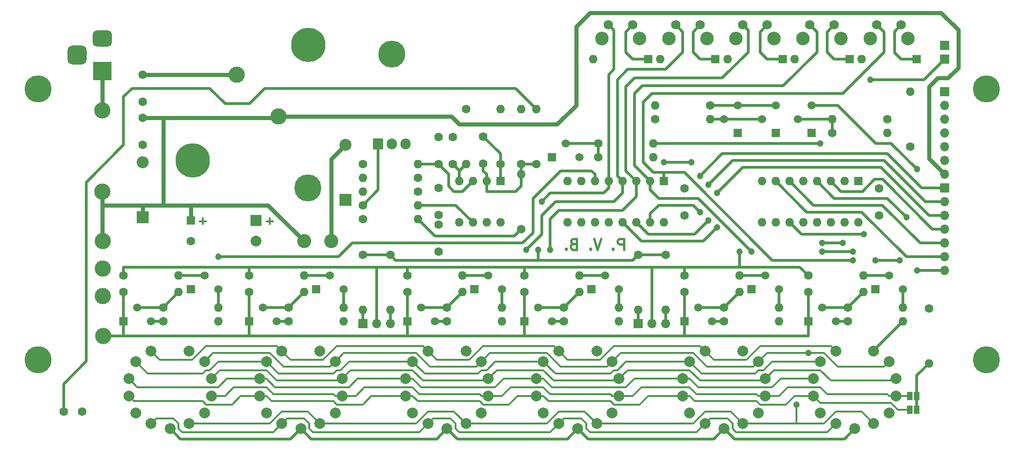
<source format=gbr>
%TF.GenerationSoftware,KiCad,Pcbnew,(6.0.9)*%
%TF.CreationDate,2023-02-11T16:03:25+01:00*%
%TF.ProjectId,display_board,64697370-6c61-4795-9f62-6f6172642e6b,rev?*%
%TF.SameCoordinates,Original*%
%TF.FileFunction,Copper,L2,Bot*%
%TF.FilePolarity,Positive*%
%FSLAX46Y46*%
G04 Gerber Fmt 4.6, Leading zero omitted, Abs format (unit mm)*
G04 Created by KiCad (PCBNEW (6.0.9)) date 2023-02-11 16:03:25*
%MOMM*%
%LPD*%
G01*
G04 APERTURE LIST*
G04 Aperture macros list*
%AMRoundRect*
0 Rectangle with rounded corners*
0 $1 Rounding radius*
0 $2 $3 $4 $5 $6 $7 $8 $9 X,Y pos of 4 corners*
0 Add a 4 corners polygon primitive as box body*
4,1,4,$2,$3,$4,$5,$6,$7,$8,$9,$2,$3,0*
0 Add four circle primitives for the rounded corners*
1,1,$1+$1,$2,$3*
1,1,$1+$1,$4,$5*
1,1,$1+$1,$6,$7*
1,1,$1+$1,$8,$9*
0 Add four rect primitives between the rounded corners*
20,1,$1+$1,$2,$3,$4,$5,0*
20,1,$1+$1,$4,$5,$6,$7,0*
20,1,$1+$1,$6,$7,$8,$9,0*
20,1,$1+$1,$8,$9,$2,$3,0*%
G04 Aperture macros list end*
%ADD10C,0.400000*%
%TA.AperFunction,NonConductor*%
%ADD11C,0.400000*%
%TD*%
%ADD12C,0.300000*%
%TA.AperFunction,NonConductor*%
%ADD13C,0.300000*%
%TD*%
%TA.AperFunction,ComponentPad*%
%ADD14C,1.600000*%
%TD*%
%TA.AperFunction,ComponentPad*%
%ADD15O,1.600000X1.600000*%
%TD*%
%TA.AperFunction,ComponentPad*%
%ADD16C,3.000000*%
%TD*%
%TA.AperFunction,ComponentPad*%
%ADD17R,1.600000X1.600000*%
%TD*%
%TA.AperFunction,ComponentPad*%
%ADD18R,1.500000X1.500000*%
%TD*%
%TA.AperFunction,ComponentPad*%
%ADD19C,1.500000*%
%TD*%
%TA.AperFunction,ComponentPad*%
%ADD20C,2.000000*%
%TD*%
%TA.AperFunction,ComponentPad*%
%ADD21O,5.000000X5.000000*%
%TD*%
%TA.AperFunction,ComponentPad*%
%ADD22R,1.905000X2.000000*%
%TD*%
%TA.AperFunction,ComponentPad*%
%ADD23O,1.905000X2.000000*%
%TD*%
%TA.AperFunction,ComponentPad*%
%ADD24C,2.500000*%
%TD*%
%TA.AperFunction,ComponentPad*%
%ADD25C,1.750000*%
%TD*%
%TA.AperFunction,ComponentPad*%
%ADD26C,6.350000*%
%TD*%
%TA.AperFunction,ComponentPad*%
%ADD27R,1.700000X1.700000*%
%TD*%
%TA.AperFunction,ComponentPad*%
%ADD28O,1.700000X1.700000*%
%TD*%
%TA.AperFunction,ComponentPad*%
%ADD29R,2.000000X2.000000*%
%TD*%
%TA.AperFunction,ComponentPad*%
%ADD30C,2.600000*%
%TD*%
%TA.AperFunction,ComponentPad*%
%ADD31R,2.200000X2.200000*%
%TD*%
%TA.AperFunction,ComponentPad*%
%ADD32O,2.200000X2.200000*%
%TD*%
%TA.AperFunction,ComponentPad*%
%ADD33R,3.500000X3.500000*%
%TD*%
%TA.AperFunction,ComponentPad*%
%ADD34RoundRect,0.750000X-1.000000X0.750000X-1.000000X-0.750000X1.000000X-0.750000X1.000000X0.750000X0*%
%TD*%
%TA.AperFunction,ComponentPad*%
%ADD35RoundRect,0.875000X-0.875000X0.875000X-0.875000X-0.875000X0.875000X-0.875000X0.875000X0.875000X0*%
%TD*%
%TA.AperFunction,SMDPad,CuDef*%
%ADD36R,1.000000X1.500000*%
%TD*%
%TA.AperFunction,ViaPad*%
%ADD37C,5.000000*%
%TD*%
%TA.AperFunction,ViaPad*%
%ADD38C,1.200000*%
%TD*%
%TA.AperFunction,Conductor*%
%ADD39C,0.800000*%
%TD*%
%TA.AperFunction,Conductor*%
%ADD40C,0.500000*%
%TD*%
%TA.AperFunction,Conductor*%
%ADD41C,0.250000*%
%TD*%
%TA.AperFunction,Conductor*%
%ADD42C,0.300000*%
%TD*%
G04 APERTURE END LIST*
D10*
D11*
X163398333Y-109807261D02*
X163398333Y-107807261D01*
X162636428Y-107807261D01*
X162445952Y-107902500D01*
X162350714Y-107997738D01*
X162255476Y-108188214D01*
X162255476Y-108473928D01*
X162350714Y-108664404D01*
X162445952Y-108759642D01*
X162636428Y-108854880D01*
X163398333Y-108854880D01*
X161398333Y-109616785D02*
X161303095Y-109712023D01*
X161398333Y-109807261D01*
X161493571Y-109712023D01*
X161398333Y-109616785D01*
X161398333Y-109807261D01*
X159207857Y-107807261D02*
X158541190Y-109807261D01*
X157874523Y-107807261D01*
X157207857Y-109616785D02*
X157112619Y-109712023D01*
X157207857Y-109807261D01*
X157303095Y-109712023D01*
X157207857Y-109616785D01*
X157207857Y-109807261D01*
X154065000Y-108759642D02*
X153779285Y-108854880D01*
X153684047Y-108950119D01*
X153588809Y-109140595D01*
X153588809Y-109426309D01*
X153684047Y-109616785D01*
X153779285Y-109712023D01*
X153969761Y-109807261D01*
X154731666Y-109807261D01*
X154731666Y-107807261D01*
X154065000Y-107807261D01*
X153874523Y-107902500D01*
X153779285Y-107997738D01*
X153684047Y-108188214D01*
X153684047Y-108378690D01*
X153779285Y-108569166D01*
X153874523Y-108664404D01*
X154065000Y-108759642D01*
X154731666Y-108759642D01*
X152731666Y-109616785D02*
X152636428Y-109712023D01*
X152731666Y-109807261D01*
X152826904Y-109712023D01*
X152731666Y-109616785D01*
X152731666Y-109807261D01*
D12*
D13*
X86246428Y-104564642D02*
X85103571Y-104564642D01*
X85675000Y-105136071D02*
X85675000Y-103993214D01*
D12*
D13*
X98628928Y-104564642D02*
X97486071Y-104564642D01*
X98057500Y-105136071D02*
X98057500Y-103993214D01*
D14*
%TO.P,R46,1*%
%TO.N,/ALM*%
X169177500Y-85725000D03*
D15*
%TO.P,R46,2*%
%TO.N,Net-(R46-Pad2)*%
X179337500Y-85725000D03*
%TD*%
D16*
%TO.P,F1,1*%
%TO.N,Net-(F1-Pad1)*%
X67177875Y-84137500D03*
%TO.P,F1,2*%
%TO.N,VCC*%
X67177875Y-99060000D03*
%TD*%
%TO.P,TP3,1,1*%
%TO.N,GNDD*%
X67260000Y-118427500D03*
%TD*%
D14*
%TO.P,C4,1*%
%TO.N,Net-(A2-Pad1)*%
X137427500Y-88900000D03*
%TO.P,C4,2*%
%TO.N,Net-(A2-Pad2)*%
X137427500Y-93900000D03*
%TD*%
D17*
%TO.P,V7,1,K*%
%TO.N,Net-(S5-Pad2)*%
X217437500Y-74612500D03*
D15*
%TO.P,V7,2,A*%
%TO.N,/KEY*%
X207277500Y-74612500D03*
%TD*%
D14*
%TO.P,C9,1*%
%TO.N,+5V*%
X174575000Y-103505000D03*
%TO.P,C9,2*%
%TO.N,GNDD*%
X174575000Y-98505000D03*
%TD*%
%TO.P,R12,1*%
%TO.N,Net-(C8-Pad1)*%
X197435000Y-117657500D03*
D15*
%TO.P,R12,2*%
%TO.N,Net-(R12-Pad2)*%
X207595000Y-117657500D03*
%TD*%
D18*
%TO.P,VT11,1,E*%
%TO.N,/A4*%
X135840000Y-117157500D03*
D19*
%TO.P,VT11,2,B*%
%TO.N,Net-(R21-Pad2)*%
X138380000Y-114617500D03*
%TO.P,VT11,3,C*%
%TO.N,Net-(R27-Pad2)*%
X140920000Y-117157500D03*
%TD*%
D20*
%TO.P,E3,1,k1*%
%TO.N,/k1*%
X151397500Y-128587500D03*
%TO.P,E3,2,k2*%
%TO.N,/k2*%
X148540000Y-130492500D03*
%TO.P,E3,3,k3*%
%TO.N,/k3*%
X147270000Y-133667500D03*
%TO.P,E3,4,dp1*%
%TO.N,/dp1*%
X147270000Y-136842500D03*
%TO.P,E3,5,k4*%
%TO.N,/k4*%
X148540000Y-140017500D03*
%TO.P,E3,6,k5*%
%TO.N,/k5*%
X151397500Y-141922500D03*
%TO.P,E3,7,k6*%
%TO.N,/k6*%
X154890000Y-142875000D03*
%TO.P,E3,8,k7*%
%TO.N,/k7*%
X158382500Y-141922500D03*
%TO.P,E3,9,k8*%
%TO.N,/k8*%
X161240000Y-140017500D03*
%TO.P,E3,10,dp2*%
%TO.N,/dp2*%
X162510000Y-136842500D03*
%TO.P,E3,11,k9*%
%TO.N,/k9*%
X162510000Y-133667500D03*
%TO.P,E3,12,k0*%
%TO.N,/k0*%
X161240000Y-130492500D03*
%TO.P,E3,13*%
%TO.N,Net-(E3-Pad13)*%
X158382500Y-128587500D03*
%TD*%
D14*
%TO.P,R6,1*%
%TO.N,Net-(R6-Pad1)*%
X115202500Y-93980000D03*
D15*
%TO.P,R6,2*%
%TO.N,Net-(A2-Pad3)*%
X125362500Y-93980000D03*
%TD*%
D14*
%TO.P,R10,1*%
%TO.N,Net-(R10-Pad1)*%
X144412500Y-106045000D03*
D15*
%TO.P,R10,2*%
%TO.N,Net-(A2-Pad2)*%
X144412500Y-95885000D03*
%TD*%
D20*
%TO.P,E2,1,k1*%
%TO.N,/k1*%
X178385000Y-128587500D03*
%TO.P,E2,2,k2*%
%TO.N,/k2*%
X175527500Y-130492500D03*
%TO.P,E2,3,k3*%
%TO.N,/k3*%
X174257500Y-133667500D03*
%TO.P,E2,4,dp1*%
%TO.N,/dp1*%
X174257500Y-136842500D03*
%TO.P,E2,5,k4*%
%TO.N,/k4*%
X175527500Y-140017500D03*
%TO.P,E2,6,k5*%
%TO.N,/k5*%
X178385000Y-141922500D03*
%TO.P,E2,7,k6*%
%TO.N,/k6*%
X181877500Y-142875000D03*
%TO.P,E2,8,k7*%
%TO.N,/k7*%
X185370000Y-141922500D03*
%TO.P,E2,9,k8*%
%TO.N,/k8*%
X188227500Y-140017500D03*
%TO.P,E2,10,dp2*%
%TO.N,/dp2*%
X189497500Y-136842500D03*
%TO.P,E2,11,k9*%
%TO.N,/k9*%
X189497500Y-133667500D03*
%TO.P,E2,12,k0*%
%TO.N,/k0*%
X188227500Y-130492500D03*
%TO.P,E2,13*%
%TO.N,Net-(E2-Pad13)*%
X185370000Y-128587500D03*
%TD*%
D18*
%TO.P,VT4,1,E*%
%TO.N,Net-(C8-Pad1)*%
X145047500Y-123055000D03*
D19*
%TO.P,VT4,2,B*%
%TO.N,Net-(R14-Pad2)*%
X147587500Y-120515000D03*
%TO.P,VT4,3,C*%
%TO.N,Net-(R32-Pad1)*%
X150127500Y-123055000D03*
%TD*%
D18*
%TO.P,VT14,1,C*%
%TO.N,Net-(R39-Pad1)*%
X150127500Y-92710000D03*
D19*
%TO.P,VT14,2,B*%
%TO.N,Net-(R37-Pad1)*%
X152667500Y-90170000D03*
%TO.P,VT14,3,E*%
%TO.N,GNDD*%
X155207500Y-92710000D03*
%TD*%
D14*
%TO.P,R27,1*%
%TO.N,Net-(R15-Pad2)*%
X130760000Y-120515000D03*
D15*
%TO.P,R27,2*%
%TO.N,Net-(R27-Pad2)*%
X140920000Y-120515000D03*
%TD*%
D14*
%TO.P,R32,1*%
%TO.N,Net-(R32-Pad1)*%
X152350000Y-123055000D03*
D15*
%TO.P,R32,2*%
%TO.N,Net-(E3-Pad13)*%
X162510000Y-123055000D03*
%TD*%
D16*
%TO.P,TP1,1,1*%
%TO.N,VCC*%
X67260000Y-108267500D03*
%TD*%
D14*
%TO.P,R14,1*%
%TO.N,Net-(C8-Pad1)*%
X145047500Y-117657500D03*
D15*
%TO.P,R14,2*%
%TO.N,Net-(R14-Pad2)*%
X155207500Y-117657500D03*
%TD*%
D14*
%TO.P,R20,1*%
%TO.N,+5V*%
X145047500Y-114617500D03*
D15*
%TO.P,R20,2*%
%TO.N,Net-(R20-Pad2)*%
X155207500Y-114617500D03*
%TD*%
D14*
%TO.P,R22,1*%
%TO.N,+5V*%
X94247500Y-114617500D03*
D15*
%TO.P,R22,2*%
%TO.N,Net-(R22-Pad2)*%
X104407500Y-114617500D03*
%TD*%
D14*
%TO.P,R13,1*%
%TO.N,Net-(C8-Pad1)*%
X174575000Y-117657500D03*
D15*
%TO.P,R13,2*%
%TO.N,Net-(R13-Pad2)*%
X184735000Y-117657500D03*
%TD*%
D18*
%TO.P,VT9,1,E*%
%TO.N,/A2*%
X186957500Y-117157500D03*
D19*
%TO.P,VT9,2,B*%
%TO.N,Net-(R19-Pad2)*%
X189497500Y-114617500D03*
%TO.P,VT9,3,C*%
%TO.N,Net-(R25-Pad2)*%
X192037500Y-117157500D03*
%TD*%
D14*
%TO.P,R30,1*%
%TO.N,Net-(R30-Pad1)*%
X204737500Y-123055000D03*
D15*
%TO.P,R30,2*%
%TO.N,Net-(E1-Pad13)*%
X214897500Y-123055000D03*
%TD*%
D14*
%TO.P,R36,1*%
%TO.N,+5V*%
X216217500Y-90805000D03*
D15*
%TO.P,R36,2*%
%TO.N,/KEY*%
X216217500Y-80645000D03*
%TD*%
D14*
%TO.P,R43,1*%
%TO.N,/DP*%
X212040000Y-85725000D03*
D15*
%TO.P,R43,2*%
%TO.N,Net-(R43-Pad2)*%
X201880000Y-85725000D03*
%TD*%
D21*
%TO.P,VT1,*%
%TO.N,*%
X120600000Y-73660000D03*
D22*
%TO.P,VT1,1,G*%
%TO.N,Net-(R5-Pad1)*%
X118060000Y-90320000D03*
D23*
%TO.P,VT1,2,D*%
%TO.N,Net-(L1-Pad2)*%
X120600000Y-90320000D03*
%TO.P,VT1,3,S*%
%TO.N,Net-(R6-Pad1)*%
X123140000Y-90320000D03*
%TD*%
D14*
%TO.P,C10,1*%
%TO.N,+5V*%
X210452500Y-98505000D03*
%TO.P,C10,2*%
%TO.N,GNDD*%
X210452500Y-103505000D03*
%TD*%
%TO.P,C5,1*%
%TO.N,Net-(A2-Pad8)*%
X129172500Y-98425000D03*
%TO.P,C5,2*%
%TO.N,GNDD*%
X129172500Y-103425000D03*
%TD*%
%TO.P,R37,1*%
%TO.N,Net-(R37-Pad1)*%
X158700000Y-90170000D03*
D15*
%TO.P,R37,2*%
%TO.N,/COL*%
X168860000Y-90170000D03*
%TD*%
D14*
%TO.P,R5,1*%
%TO.N,Net-(R5-Pad1)*%
X115202500Y-101600000D03*
D15*
%TO.P,R5,2*%
%TO.N,Net-(A2-Pad6)*%
X125362500Y-101600000D03*
%TD*%
D24*
%TO.P,S3,*%
%TO.N,*%
X184075000Y-70802500D03*
X191085000Y-70802500D03*
D25*
%TO.P,S3,1,1*%
%TO.N,/A3*%
X185325000Y-68312500D03*
%TO.P,S3,2,2*%
%TO.N,Net-(S3-Pad2)*%
X189825000Y-68312500D03*
%TD*%
D14*
%TO.P,R39,1*%
%TO.N,Net-(R39-Pad1)*%
X115202500Y-110807500D03*
D15*
%TO.P,R39,2*%
%TO.N,Net-(R39-Pad2)*%
X115202500Y-120967500D03*
%TD*%
D16*
%TO.P,A1,1,IN*%
%TO.N,VCC*%
X99645000Y-85248627D03*
D26*
%TO.P,A1,2,GND*%
%TO.N,GNDD*%
X105195788Y-71990375D03*
X83841163Y-93345000D03*
D16*
%TO.P,A1,3,OUT*%
%TO.N,+5V*%
X91923394Y-77527021D03*
%TD*%
%TO.P,TP2,1,1*%
%TO.N,+5V*%
X67260000Y-113347500D03*
%TD*%
D14*
%TO.P,R45,1*%
%TO.N,Net-(R45-Pad1)*%
X219710000Y-120650000D03*
D15*
%TO.P,R45,2*%
%TO.N,Net-(JP1-Pad1)*%
X219710000Y-130810000D03*
%TD*%
D18*
%TO.P,VT2,1,E*%
%TO.N,Net-(C8-Pad1)*%
X197435000Y-123055000D03*
D19*
%TO.P,VT2,2,B*%
%TO.N,Net-(R12-Pad2)*%
X199975000Y-120515000D03*
%TO.P,VT2,3,C*%
%TO.N,Net-(R30-Pad1)*%
X202515000Y-123055000D03*
%TD*%
D17*
%TO.P,V6,1,K*%
%TO.N,Net-(S4-Pad2)*%
X205055000Y-74612500D03*
D15*
%TO.P,V6,2,A*%
%TO.N,/KEY*%
X194895000Y-74612500D03*
%TD*%
D18*
%TO.P,VT12,1,E*%
%TO.N,/A5*%
X106630000Y-117157500D03*
D19*
%TO.P,VT12,2,B*%
%TO.N,Net-(R22-Pad2)*%
X109170000Y-114617500D03*
%TO.P,VT12,3,C*%
%TO.N,Net-(R28-Pad2)*%
X111710000Y-117157500D03*
%TD*%
D27*
%TO.P,X2,1,Pin_1*%
%TO.N,/S0*%
X222567500Y-98425000D03*
D28*
%TO.P,X2,2,Pin_2*%
%TO.N,/S1*%
X222567500Y-100965000D03*
%TO.P,X2,3,Pin_3*%
%TO.N,/S2*%
X222567500Y-103505000D03*
%TO.P,X2,4,Pin_4*%
%TO.N,/D0*%
X222567500Y-106045000D03*
%TO.P,X2,5,Pin_5*%
%TO.N,/D1*%
X222567500Y-108585000D03*
%TO.P,X2,6,Pin_6*%
%TO.N,/D2*%
X222567500Y-111125000D03*
%TO.P,X2,7,Pin_7*%
%TO.N,/D3*%
X222567500Y-113665000D03*
%TD*%
D18*
%TO.P,VT15,1,E*%
%TO.N,GNDD*%
X198070000Y-88265000D03*
D19*
%TO.P,VT15,2,B*%
%TO.N,Net-(R43-Pad2)*%
X195530000Y-85725000D03*
%TO.P,VT15,3,C*%
%TO.N,Net-(R45-Pad1)*%
X198070000Y-83185000D03*
%TD*%
D27*
%TO.P,X6,1,Pin_1*%
%TO.N,Net-(R47-Pad2)*%
X222567500Y-74612500D03*
%TD*%
D24*
%TO.P,S2,*%
%TO.N,*%
X178702500Y-70802500D03*
X171692500Y-70802500D03*
D25*
%TO.P,S2,1,1*%
%TO.N,/A4*%
X172942500Y-68312500D03*
%TO.P,S2,2,2*%
%TO.N,Net-(S2-Pad2)*%
X177442500Y-68312500D03*
%TD*%
D14*
%TO.P,R15,1*%
%TO.N,Net-(C8-Pad1)*%
X123457500Y-117657500D03*
D15*
%TO.P,R15,2*%
%TO.N,Net-(R15-Pad2)*%
X133617500Y-117657500D03*
%TD*%
D24*
%TO.P,S1,*%
%TO.N,*%
X166320000Y-70802500D03*
X159310000Y-70802500D03*
D25*
%TO.P,S1,1,1*%
%TO.N,/A5*%
X160560000Y-68312500D03*
%TO.P,S1,2,2*%
%TO.N,Net-(S1-Pad2)*%
X165060000Y-68312500D03*
%TD*%
D18*
%TO.P,VT5,1,E*%
%TO.N,Net-(C8-Pad1)*%
X123457500Y-123055000D03*
D19*
%TO.P,VT5,2,B*%
%TO.N,Net-(R15-Pad2)*%
X125997500Y-120515000D03*
%TO.P,VT5,3,C*%
%TO.N,Net-(R33-Pad1)*%
X128537500Y-123055000D03*
%TD*%
D14*
%TO.P,C6,1*%
%TO.N,Net-(A2-Pad4)*%
X131792500Y-93980000D03*
%TO.P,C6,2*%
%TO.N,GNDD*%
X131792500Y-88980000D03*
%TD*%
%TO.P,R26,1*%
%TO.N,Net-(R14-Pad2)*%
X152350000Y-120515000D03*
D15*
%TO.P,R26,2*%
%TO.N,Net-(R26-Pad2)*%
X162510000Y-120515000D03*
%TD*%
D14*
%TO.P,R8,1*%
%TO.N,Net-(R6-Pad1)*%
X125362500Y-96520000D03*
D15*
%TO.P,R8,2*%
%TO.N,GNDD*%
X115202500Y-96520000D03*
%TD*%
D14*
%TO.P,R2,1*%
%TO.N,Net-(A2-Pad2)*%
X147270000Y-93980000D03*
D15*
%TO.P,R2,2*%
%TO.N,Net-(R1-Pad1)*%
X147270000Y-83820000D03*
%TD*%
D14*
%TO.P,C11,1*%
%TO.N,VCC*%
X129172500Y-110172500D03*
%TO.P,C11,2*%
%TO.N,GNDD*%
X129172500Y-105172500D03*
%TD*%
%TO.P,R3,1*%
%TO.N,Net-(A2-Pad1)*%
X140602500Y-93980000D03*
D15*
%TO.P,R3,2*%
%TO.N,Net-(A2-Pad2)*%
X140602500Y-83820000D03*
%TD*%
D14*
%TO.P,R38,1*%
%TO.N,Net-(R37-Pad1)*%
X158700000Y-92710000D03*
D15*
%TO.P,R38,2*%
%TO.N,GNDD*%
X168860000Y-92710000D03*
%TD*%
D18*
%TO.P,VT3,1,E*%
%TO.N,Net-(C8-Pad1)*%
X174575000Y-123055000D03*
D19*
%TO.P,VT3,2,B*%
%TO.N,Net-(R13-Pad2)*%
X177115000Y-120515000D03*
%TO.P,VT3,3,C*%
%TO.N,Net-(R31-Pad1)*%
X179655000Y-123055000D03*
%TD*%
D20*
%TO.P,E6,1,k1*%
%TO.N,/k1*%
X76150000Y-128587500D03*
%TO.P,E6,2,k2*%
%TO.N,/k2*%
X73292500Y-130492500D03*
%TO.P,E6,3,k3*%
%TO.N,/k3*%
X72022500Y-133667500D03*
%TO.P,E6,4,dp1*%
%TO.N,/dp1*%
X72022500Y-136842500D03*
%TO.P,E6,5,k4*%
%TO.N,/k4*%
X73292500Y-140017500D03*
%TO.P,E6,6,k5*%
%TO.N,/k5*%
X76150000Y-141922500D03*
%TO.P,E6,7,k6*%
%TO.N,/k6*%
X79642500Y-142875000D03*
%TO.P,E6,8,k7*%
%TO.N,/k7*%
X83135000Y-141922500D03*
%TO.P,E6,9,k8*%
%TO.N,/k8*%
X85992500Y-140017500D03*
%TO.P,E6,10,dp2*%
%TO.N,/dp2*%
X87262500Y-136842500D03*
%TO.P,E6,11,k9*%
%TO.N,/k9*%
X87262500Y-133667500D03*
%TO.P,E6,12,k0*%
%TO.N,/k0*%
X85992500Y-130492500D03*
%TO.P,E6,13*%
%TO.N,Net-(E6-Pad13)*%
X83135000Y-128587500D03*
%TD*%
D17*
%TO.P,D1,1,0*%
%TO.N,/A1*%
X170765000Y-97155000D03*
D15*
%TO.P,D1,2,1*%
%TO.N,/A2*%
X168225000Y-97155000D03*
%TO.P,D1,3,2*%
%TO.N,/A3*%
X165685000Y-97155000D03*
%TO.P,D1,4,3*%
%TO.N,/A4*%
X163145000Y-97155000D03*
%TO.P,D1,5,4*%
%TO.N,/A5*%
X160605000Y-97155000D03*
%TO.P,D1,6,5*%
%TO.N,/A6*%
X158065000Y-97155000D03*
%TO.P,D1,7,6*%
%TO.N,unconnected-(D1-Pad7)*%
X155525000Y-97155000D03*
%TO.P,D1,8,GND*%
%TO.N,GNDD*%
X152985000Y-97155000D03*
%TO.P,D1,9,7*%
%TO.N,unconnected-(D1-Pad9)*%
X152985000Y-104775000D03*
%TO.P,D1,10,8*%
%TO.N,unconnected-(D1-Pad10)*%
X155525000Y-104775000D03*
%TO.P,D1,11,9*%
%TO.N,unconnected-(D1-Pad11)*%
X158065000Y-104775000D03*
%TO.P,D1,12,A3*%
%TO.N,GNDD*%
X160605000Y-104775000D03*
%TO.P,D1,13,A2*%
%TO.N,/S2*%
X163145000Y-104775000D03*
%TO.P,D1,14,A1*%
%TO.N,/S1*%
X165685000Y-104775000D03*
%TO.P,D1,15,A0*%
%TO.N,/S0*%
X168225000Y-104775000D03*
%TO.P,D1,16,VCC*%
%TO.N,+5V*%
X170765000Y-104775000D03*
%TD*%
D14*
%TO.P,C7,1*%
%TO.N,Net-(A2-Pad3)*%
X129172500Y-93980000D03*
%TO.P,C7,2*%
%TO.N,GNDD*%
X129172500Y-88980000D03*
%TD*%
%TO.P,R11,1*%
%TO.N,Net-(A2-Pad2)*%
X144412500Y-93980000D03*
D15*
%TO.P,R11,2*%
%TO.N,GNDD*%
X144412500Y-83820000D03*
%TD*%
D14*
%TO.P,R25,1*%
%TO.N,Net-(R13-Pad2)*%
X181877500Y-120515000D03*
D15*
%TO.P,R25,2*%
%TO.N,Net-(R25-Pad2)*%
X192037500Y-120515000D03*
%TD*%
D14*
%TO.P,R34,1*%
%TO.N,Net-(R34-Pad1)*%
X101550000Y-123055000D03*
D15*
%TO.P,R34,2*%
%TO.N,Net-(E5-Pad13)*%
X111710000Y-123055000D03*
%TD*%
D14*
%TO.P,R44,1*%
%TO.N,Net-(R43-Pad2)*%
X201880000Y-88265000D03*
D15*
%TO.P,R44,2*%
%TO.N,GNDD*%
X212040000Y-88265000D03*
%TD*%
D18*
%TO.P,VT13,1,E*%
%TO.N,/A6*%
X83452500Y-117157500D03*
D19*
%TO.P,VT13,2,B*%
%TO.N,Net-(R23-Pad2)*%
X85992500Y-114617500D03*
%TO.P,VT13,3,C*%
%TO.N,Net-(R29-Pad2)*%
X88532500Y-117157500D03*
%TD*%
D14*
%TO.P,C2,1*%
%TO.N,VCC*%
X74562500Y-85487500D03*
%TO.P,C2,2*%
%TO.N,GNDD*%
X74562500Y-90487500D03*
%TD*%
%TO.P,R40,1*%
%TO.N,Net-(R39-Pad1)*%
X120282500Y-110807500D03*
D15*
%TO.P,R40,2*%
%TO.N,Net-(R40-Pad2)*%
X120282500Y-120967500D03*
%TD*%
D18*
%TO.P,VT8,1,E*%
%TO.N,/A1*%
X209817500Y-117157500D03*
D19*
%TO.P,VT8,2,B*%
%TO.N,Net-(R18-Pad2)*%
X212357500Y-114617500D03*
%TO.P,VT8,3,C*%
%TO.N,Net-(R24-Pad2)*%
X214897500Y-117157500D03*
%TD*%
D17*
%TO.P,V3,1,K*%
%TO.N,Net-(S1-Pad2)*%
X167907500Y-74612500D03*
D15*
%TO.P,V3,2,A*%
%TO.N,/KEY*%
X157747500Y-74612500D03*
%TD*%
D14*
%TO.P,C3,1*%
%TO.N,+5V*%
X74562500Y-77470000D03*
%TO.P,C3,2*%
%TO.N,GNDD*%
X74562500Y-82470000D03*
%TD*%
%TO.P,R4,1*%
%TO.N,Net-(A2-Pad8)*%
X134252500Y-83820000D03*
D15*
%TO.P,R4,2*%
%TO.N,Net-(A2-Pad4)*%
X134252500Y-93980000D03*
%TD*%
D14*
%TO.P,R23,1*%
%TO.N,+5V*%
X71070000Y-114617500D03*
D15*
%TO.P,R23,2*%
%TO.N,Net-(R23-Pad2)*%
X81230000Y-114617500D03*
%TD*%
D14*
%TO.P,R1,1*%
%TO.N,Net-(R1-Pad1)*%
X60007500Y-139700000D03*
%TO.P,R1,2*%
%TO.N,GNDD*%
X63407500Y-139700000D03*
%TD*%
D20*
%TO.P,E1,1,k1*%
%TO.N,/k1*%
X202515000Y-128587500D03*
%TO.P,E1,2,k2*%
%TO.N,/k2*%
X199657500Y-130492500D03*
%TO.P,E1,3,k3*%
%TO.N,/k3*%
X198387500Y-133667500D03*
%TO.P,E1,4,dp1*%
%TO.N,/dp1*%
X198387500Y-136842500D03*
%TO.P,E1,5,k4*%
%TO.N,/k4*%
X199657500Y-140017500D03*
%TO.P,E1,6,k5*%
%TO.N,/k5*%
X202515000Y-141922500D03*
%TO.P,E1,7,k6*%
%TO.N,/k6*%
X206007500Y-142875000D03*
%TO.P,E1,8,k7*%
%TO.N,/k7*%
X209500000Y-141922500D03*
%TO.P,E1,9,k8*%
%TO.N,/k8*%
X212357500Y-140017500D03*
%TO.P,E1,10,dp2*%
%TO.N,/dp2*%
X213627500Y-136842500D03*
%TO.P,E1,11,k9*%
%TO.N,/k9*%
X213627500Y-133667500D03*
%TO.P,E1,12,k0*%
%TO.N,/k0*%
X212357500Y-130492500D03*
%TO.P,E1,13*%
%TO.N,Net-(E1-Pad13)*%
X209500000Y-128587500D03*
%TD*%
%TO.P,E5,1,k1*%
%TO.N,/k1*%
X100280000Y-128587500D03*
%TO.P,E5,2,k2*%
%TO.N,/k2*%
X97422500Y-130492500D03*
%TO.P,E5,3,k3*%
%TO.N,/k3*%
X96152500Y-133667500D03*
%TO.P,E5,4,dp1*%
%TO.N,/dp1*%
X96152500Y-136842500D03*
%TO.P,E5,5,k4*%
%TO.N,/k4*%
X97422500Y-140017500D03*
%TO.P,E5,6,k5*%
%TO.N,/k5*%
X100280000Y-141922500D03*
%TO.P,E5,7,k6*%
%TO.N,/k6*%
X103772500Y-142875000D03*
%TO.P,E5,8,k7*%
%TO.N,/k7*%
X107265000Y-141922500D03*
%TO.P,E5,9,k8*%
%TO.N,/k8*%
X110122500Y-140017500D03*
%TO.P,E5,10,dp2*%
%TO.N,/dp2*%
X111392500Y-136842500D03*
%TO.P,E5,11,k9*%
%TO.N,/k9*%
X111392500Y-133667500D03*
%TO.P,E5,12,k0*%
%TO.N,/k0*%
X110122500Y-130492500D03*
%TO.P,E5,13*%
%TO.N,Net-(E5-Pad13)*%
X107265000Y-128587500D03*
%TD*%
D18*
%TO.P,VT7,1,E*%
%TO.N,Net-(C8-Pad1)*%
X71070000Y-123055000D03*
D19*
%TO.P,VT7,2,B*%
%TO.N,Net-(R17-Pad2)*%
X73610000Y-120515000D03*
%TO.P,VT7,3,C*%
%TO.N,Net-(R35-Pad1)*%
X76150000Y-123055000D03*
%TD*%
D14*
%TO.P,R28,1*%
%TO.N,Net-(R16-Pad2)*%
X101550000Y-120515000D03*
D15*
%TO.P,R28,2*%
%TO.N,Net-(R28-Pad2)*%
X111710000Y-120515000D03*
%TD*%
D14*
%TO.P,R18,1*%
%TO.N,+5V*%
X197435000Y-114617500D03*
D15*
%TO.P,R18,2*%
%TO.N,Net-(R18-Pad2)*%
X207595000Y-114617500D03*
%TD*%
D18*
%TO.P,VT6,1,E*%
%TO.N,Net-(C8-Pad1)*%
X94247500Y-123055000D03*
D19*
%TO.P,VT6,2,B*%
%TO.N,Net-(R16-Pad2)*%
X96787500Y-120515000D03*
%TO.P,VT6,3,C*%
%TO.N,Net-(R34-Pad1)*%
X99327500Y-123055000D03*
%TD*%
D14*
%TO.P,R29,1*%
%TO.N,Net-(R17-Pad2)*%
X78372500Y-120515000D03*
D15*
%TO.P,R29,2*%
%TO.N,Net-(R29-Pad2)*%
X88532500Y-120515000D03*
%TD*%
D29*
%TO.P,C8,1*%
%TO.N,Net-(C8-Pad1)*%
X95517500Y-104467500D03*
D20*
%TO.P,C8,2*%
%TO.N,GNDD*%
X95517500Y-108267500D03*
%TD*%
D14*
%TO.P,R42,1*%
%TO.N,Net-(R39-Pad1)*%
X171082500Y-110807500D03*
D15*
%TO.P,R42,2*%
%TO.N,Net-(R42-Pad2)*%
X171082500Y-120967500D03*
%TD*%
D30*
%TO.P,L1,1,1*%
%TO.N,VCC*%
X104407500Y-108267500D03*
%TO.P,L1,2,2*%
%TO.N,Net-(L1-Pad2)*%
X109407500Y-108267500D03*
%TD*%
D14*
%TO.P,R41,1*%
%TO.N,Net-(R39-Pad1)*%
X166002500Y-110807500D03*
D15*
%TO.P,R41,2*%
%TO.N,Net-(R41-Pad2)*%
X166002500Y-120967500D03*
%TD*%
D17*
%TO.P,V4,1,K*%
%TO.N,Net-(S2-Pad2)*%
X180290000Y-74612500D03*
D15*
%TO.P,V4,2,A*%
%TO.N,/KEY*%
X170130000Y-74612500D03*
%TD*%
D17*
%TO.P,V5,1,K*%
%TO.N,Net-(S3-Pad2)*%
X192672500Y-74612500D03*
D15*
%TO.P,V5,2,A*%
%TO.N,/KEY*%
X182512500Y-74612500D03*
%TD*%
D18*
%TO.P,VT10,1,E*%
%TO.N,/A3*%
X157430000Y-117157500D03*
D19*
%TO.P,VT10,2,B*%
%TO.N,Net-(R20-Pad2)*%
X159970000Y-114617500D03*
%TO.P,VT10,3,C*%
%TO.N,Net-(R26-Pad2)*%
X162510000Y-117157500D03*
%TD*%
D24*
%TO.P,S5,*%
%TO.N,*%
X208840000Y-70802500D03*
X215850000Y-70802500D03*
D25*
%TO.P,S5,1,1*%
%TO.N,/A1*%
X210090000Y-68312500D03*
%TO.P,S5,2,2*%
%TO.N,Net-(S5-Pad2)*%
X214590000Y-68312500D03*
%TD*%
D16*
%TO.P,TP4,1,1*%
%TO.N,Net-(C8-Pad1)*%
X67310000Y-125730000D03*
%TD*%
D17*
%TO.P,D2,1,8*%
%TO.N,/k8*%
X206642500Y-97155000D03*
D15*
%TO.P,D2,2,9*%
%TO.N,/k9*%
X204102500Y-97155000D03*
%TO.P,D2,3,A0*%
%TO.N,/D0*%
X201562500Y-97155000D03*
%TO.P,D2,4,A3*%
%TO.N,/D3*%
X199022500Y-97155000D03*
%TO.P,D2,5,VCC*%
%TO.N,+5V*%
X196482500Y-97155000D03*
%TO.P,D2,6,A1*%
%TO.N,/D1*%
X193942500Y-97155000D03*
%TO.P,D2,7,A2*%
%TO.N,/D2*%
X191402500Y-97155000D03*
%TO.P,D2,8,2*%
%TO.N,/k2*%
X188862500Y-97155000D03*
%TO.P,D2,9,3*%
%TO.N,/k3*%
X188862500Y-104775000D03*
%TO.P,D2,10,7*%
%TO.N,/k7*%
X191402500Y-104775000D03*
%TO.P,D2,11,6*%
%TO.N,/k6*%
X193942500Y-104775000D03*
%TO.P,D2,12,GND*%
%TO.N,GNDD*%
X196482500Y-104775000D03*
%TO.P,D2,13,4*%
%TO.N,/k4*%
X199022500Y-104775000D03*
%TO.P,D2,14,5*%
%TO.N,/k5*%
X201562500Y-104775000D03*
%TO.P,D2,15,1*%
%TO.N,/k1*%
X204102500Y-104775000D03*
%TO.P,D2,16,0*%
%TO.N,/k0*%
X206642500Y-104775000D03*
%TD*%
D14*
%TO.P,R9,1*%
%TO.N,Net-(C8-Pad1)*%
X115202500Y-104140000D03*
D15*
%TO.P,R9,2*%
%TO.N,Net-(R10-Pad1)*%
X125362500Y-104140000D03*
%TD*%
D14*
%TO.P,R19,1*%
%TO.N,+5V*%
X174575000Y-114617500D03*
D15*
%TO.P,R19,2*%
%TO.N,Net-(R19-Pad2)*%
X184735000Y-114617500D03*
%TD*%
D20*
%TO.P,E4,1,k1*%
%TO.N,/k1*%
X127267500Y-128587500D03*
%TO.P,E4,2,k2*%
%TO.N,/k2*%
X124410000Y-130492500D03*
%TO.P,E4,3,k3*%
%TO.N,/k3*%
X123140000Y-133667500D03*
%TO.P,E4,4,dp1*%
%TO.N,/dp1*%
X123140000Y-136842500D03*
%TO.P,E4,5,k4*%
%TO.N,/k4*%
X124410000Y-140017500D03*
%TO.P,E4,6,k5*%
%TO.N,/k5*%
X127267500Y-141922500D03*
%TO.P,E4,7,k6*%
%TO.N,/k6*%
X130760000Y-142875000D03*
%TO.P,E4,8,k7*%
%TO.N,/k7*%
X134252500Y-141922500D03*
%TO.P,E4,9,k8*%
%TO.N,/k8*%
X137110000Y-140017500D03*
%TO.P,E4,10,dp2*%
%TO.N,/dp2*%
X138380000Y-136842500D03*
%TO.P,E4,11,k9*%
%TO.N,/k9*%
X138380000Y-133667500D03*
%TO.P,E4,12,k0*%
%TO.N,/k0*%
X137110000Y-130492500D03*
%TO.P,E4,13*%
%TO.N,Net-(E4-Pad13)*%
X134252500Y-128587500D03*
%TD*%
D27*
%TO.P,X3,1,Pin_1*%
%TO.N,/KEY*%
X222567500Y-80645000D03*
D28*
%TO.P,X3,2,Pin_2*%
%TO.N,/ALM*%
X222567500Y-83185000D03*
%TO.P,X3,3,Pin_3*%
%TO.N,/DP*%
X222567500Y-85725000D03*
%TO.P,X3,4,Pin_4*%
%TO.N,/COL*%
X222567500Y-88265000D03*
%TO.P,X3,5,Pin_5*%
%TO.N,+5V*%
X222567500Y-90805000D03*
%TO.P,X3,6,Pin_6*%
%TO.N,GNDD*%
X222567500Y-93345000D03*
%TO.P,X3,7,Pin_7*%
%TO.N,VCC*%
X222567500Y-95885000D03*
%TD*%
D17*
%TO.P,C1,1*%
%TO.N,VCC*%
X83452500Y-104457500D03*
D14*
%TO.P,C1,2*%
%TO.N,GNDD*%
X83452500Y-108257500D03*
%TD*%
%TO.P,R17,1*%
%TO.N,Net-(C8-Pad1)*%
X71070000Y-117657500D03*
D15*
%TO.P,R17,2*%
%TO.N,Net-(R17-Pad2)*%
X81230000Y-117657500D03*
%TD*%
D14*
%TO.P,R33,1*%
%TO.N,Net-(R33-Pad1)*%
X130760000Y-123055000D03*
D15*
%TO.P,R33,2*%
%TO.N,Net-(E4-Pad13)*%
X140920000Y-123055000D03*
%TD*%
D24*
%TO.P,S4,*%
%TO.N,*%
X203467500Y-70802500D03*
X196457500Y-70802500D03*
D25*
%TO.P,S4,1,1*%
%TO.N,/A2*%
X197707500Y-68312500D03*
%TO.P,S4,2,2*%
%TO.N,Net-(S4-Pad2)*%
X202207500Y-68312500D03*
%TD*%
D31*
%TO.P,V1,1,K*%
%TO.N,VCC*%
X74562500Y-103822500D03*
D32*
%TO.P,V1,2,A*%
%TO.N,GNDD*%
X74562500Y-93662500D03*
%TD*%
D14*
%TO.P,R35,1*%
%TO.N,Net-(R35-Pad1)*%
X78372500Y-123055000D03*
D15*
%TO.P,R35,2*%
%TO.N,Net-(E6-Pad13)*%
X88532500Y-123055000D03*
%TD*%
D27*
%TO.P,X5,1,Pin_1*%
%TO.N,Net-(R41-Pad2)*%
X166002500Y-123507500D03*
D28*
%TO.P,X5,2,Pin_2*%
%TO.N,+5V*%
X168542500Y-123507500D03*
%TO.P,X5,3,Pin_3*%
%TO.N,Net-(R42-Pad2)*%
X171082500Y-123507500D03*
%TD*%
D27*
%TO.P,X7,1,Pin_1*%
%TO.N,GNDD*%
X222567500Y-72072500D03*
%TD*%
D14*
%TO.P,R16,1*%
%TO.N,Net-(C8-Pad1)*%
X94247500Y-117657500D03*
D15*
%TO.P,R16,2*%
%TO.N,Net-(R16-Pad2)*%
X104407500Y-117657500D03*
%TD*%
D14*
%TO.P,R7,1*%
%TO.N,Net-(R6-Pad1)*%
X125362500Y-99060000D03*
D15*
%TO.P,R7,2*%
%TO.N,GNDD*%
X115202500Y-99060000D03*
%TD*%
D27*
%TO.P,X4,1,Pin_1*%
%TO.N,Net-(R39-Pad2)*%
X115202500Y-123482500D03*
D28*
%TO.P,X4,2,Pin_2*%
%TO.N,+5V*%
X117742500Y-123482500D03*
%TO.P,X4,3,Pin_3*%
%TO.N,Net-(R40-Pad2)*%
X120282500Y-123482500D03*
%TD*%
D14*
%TO.P,R24,1*%
%TO.N,Net-(R12-Pad2)*%
X204737500Y-120515000D03*
D15*
%TO.P,R24,2*%
%TO.N,Net-(R24-Pad2)*%
X214897500Y-120515000D03*
%TD*%
D17*
%TO.P,A2,1,COMP*%
%TO.N,Net-(A2-Pad1)*%
X140602500Y-97155000D03*
D15*
%TO.P,A2,2,FB*%
%TO.N,Net-(A2-Pad2)*%
X138062500Y-97155000D03*
%TO.P,A2,3,CS*%
%TO.N,Net-(A2-Pad3)*%
X135522500Y-97155000D03*
%TO.P,A2,4,RC*%
%TO.N,Net-(A2-Pad4)*%
X132982500Y-97155000D03*
%TO.P,A2,5,GND*%
%TO.N,GNDD*%
X132982500Y-104775000D03*
%TO.P,A2,6,OUT*%
%TO.N,Net-(A2-Pad6)*%
X135522500Y-104775000D03*
%TO.P,A2,7,VCC*%
%TO.N,VCC*%
X138062500Y-104775000D03*
%TO.P,A2,8,VREF*%
%TO.N,Net-(A2-Pad8)*%
X140602500Y-104775000D03*
%TD*%
D33*
%TO.P,X1,1*%
%TO.N,Net-(F1-Pad1)*%
X67182875Y-76835000D03*
D34*
%TO.P,X1,2*%
%TO.N,GNDD*%
X67182875Y-70835000D03*
D35*
%TO.P,X1,3*%
%TO.N,unconnected-(X1-Pad3)*%
X62482875Y-73835000D03*
%TD*%
D14*
%TO.P,R21,1*%
%TO.N,+5V*%
X123457500Y-114617500D03*
D15*
%TO.P,R21,2*%
%TO.N,Net-(R21-Pad2)*%
X133617500Y-114617500D03*
%TD*%
D18*
%TO.P,VT17,1,C*%
%TO.N,GNDD*%
X191402500Y-88265000D03*
D19*
%TO.P,VT17,2,B*%
%TO.N,Net-(R46-Pad2)*%
X188862500Y-85725000D03*
%TO.P,VT17,3,E*%
%TO.N,Net-(R47-Pad1)*%
X191402500Y-83185000D03*
%TD*%
D31*
%TO.P,V2,1,K*%
%TO.N,Net-(C8-Pad1)*%
X112027500Y-100647500D03*
D32*
%TO.P,V2,2,A*%
%TO.N,Net-(L1-Pad2)*%
X112027500Y-90487500D03*
%TD*%
D14*
%TO.P,R47,1*%
%TO.N,Net-(R47-Pad1)*%
X179337500Y-83185000D03*
D15*
%TO.P,R47,2*%
%TO.N,Net-(R47-Pad2)*%
X169177500Y-83185000D03*
%TD*%
D14*
%TO.P,R31,1*%
%TO.N,Net-(R31-Pad1)*%
X181877500Y-123055000D03*
D15*
%TO.P,R31,2*%
%TO.N,Net-(E2-Pad13)*%
X192037500Y-123055000D03*
%TD*%
D18*
%TO.P,VT16,1,C*%
%TO.N,+5V*%
X184417500Y-88265000D03*
D19*
%TO.P,VT16,2,B*%
%TO.N,Net-(R46-Pad2)*%
X181877500Y-85725000D03*
%TO.P,VT16,3,E*%
%TO.N,Net-(R47-Pad1)*%
X184417500Y-83185000D03*
%TD*%
D36*
%TO.P,JP1,1,A*%
%TO.N,Net-(JP1-Pad1)*%
X217437500Y-139382500D03*
%TO.P,JP1,2,B*%
%TO.N,/dp1*%
X216137500Y-139382500D03*
%TD*%
%TO.P,JP2,1,A*%
%TO.N,Net-(JP1-Pad1)*%
X217437500Y-136842500D03*
%TO.P,JP2,2,B*%
%TO.N,/dp2*%
X216137500Y-136842500D03*
%TD*%
D37*
%TO.N,*%
X55267500Y-80135000D03*
X230267500Y-80135000D03*
X105042500Y-98425000D03*
X230267500Y-130135000D03*
X55267500Y-130135000D03*
D38*
%TO.N,GNDD*%
X209817500Y-111760000D03*
X175845000Y-93662500D03*
X170765000Y-93662500D03*
X214262500Y-111760000D03*
%TO.N,+5V*%
X184735000Y-110172500D03*
%TO.N,/A1*%
X205690000Y-111760000D03*
%TO.N,/A2*%
X186957500Y-110172500D03*
%TO.N,/A3*%
X149810000Y-109855000D03*
%TO.N,/A4*%
X145365000Y-109855000D03*
%TO.N,/A5*%
X148222500Y-100965000D03*
%TO.N,/A6*%
X88532500Y-111125000D03*
%TO.N,/S2*%
X180607500Y-99377500D03*
X180607500Y-105727500D03*
%TO.N,/S1*%
X179020000Y-97790000D03*
X179020000Y-104457500D03*
%TO.N,/S0*%
X177432500Y-102870000D03*
X177432500Y-96202500D03*
%TO.N,/D3*%
X217487500Y-113665000D03*
X215532500Y-103822500D03*
%TO.N,/k7*%
X195212500Y-138430000D03*
%TO.N,/k6*%
X207692000Y-106997500D03*
%TO.N,/k5*%
X199975000Y-108585000D03*
X203785000Y-108585000D03*
%TO.N,/k0*%
X205690000Y-110172500D03*
X199975000Y-110172500D03*
X197435000Y-128905000D03*
%TO.N,/COL*%
X199657500Y-90170000D03*
%TO.N,Net-(R39-Pad1)*%
X147587500Y-109855000D03*
%TO.N,Net-(R45-Pad1)*%
X217487500Y-94932500D03*
%TO.N,Net-(R47-Pad2)*%
X208915000Y-78422500D03*
%TD*%
D39*
%TO.N,VCC*%
X219710000Y-93027500D02*
X222567500Y-95885000D01*
X78372500Y-85567500D02*
X78292500Y-85487500D01*
X78372500Y-101600000D02*
X83452500Y-101600000D01*
X83452500Y-101600000D02*
X97740000Y-101600000D01*
X74562500Y-101600000D02*
X78372500Y-101600000D01*
X154572500Y-83185000D02*
X154572500Y-68580000D01*
X67310000Y-101600000D02*
X74562500Y-101600000D01*
X133032500Y-86677500D02*
X151080000Y-86677500D01*
X67177875Y-99060000D02*
X67177875Y-101467875D01*
X154572500Y-68580000D02*
X157112500Y-66040000D01*
X78372500Y-101600000D02*
X78372500Y-85567500D01*
X225107500Y-69215000D02*
X225107500Y-76200000D01*
X223202500Y-78105000D02*
X221297500Y-78105000D01*
X157112500Y-66040000D02*
X221932500Y-66040000D01*
X221297500Y-78105000D02*
X219710000Y-79692500D01*
X67177875Y-108185375D02*
X67260000Y-108267500D01*
X151080000Y-86677500D02*
X154572500Y-83185000D01*
X83452500Y-104457500D02*
X83452500Y-101600000D01*
X99406127Y-85487500D02*
X99645000Y-85248627D01*
X131603627Y-85248627D02*
X133032500Y-86677500D01*
X219710000Y-79692500D02*
X219710000Y-93027500D01*
X74562500Y-85487500D02*
X78292500Y-85487500D01*
X225107500Y-76200000D02*
X223202500Y-78105000D01*
X74562500Y-101600000D02*
X74562500Y-103822500D01*
X97740000Y-101600000D02*
X104407500Y-108267500D01*
X78292500Y-85487500D02*
X99406127Y-85487500D01*
X221932500Y-66040000D02*
X225107500Y-69215000D01*
X99645000Y-85248627D02*
X131603627Y-85248627D01*
X67177875Y-99060000D02*
X67177875Y-108185375D01*
X67177875Y-101467875D02*
X67310000Y-101600000D01*
D40*
%TO.N,GNDD*%
X214262500Y-111760000D02*
X209817500Y-111760000D01*
X170765000Y-93662500D02*
X175845000Y-93662500D01*
%TO.N,+5V*%
X195847500Y-113030000D02*
X184735000Y-113030000D01*
X168542500Y-123507500D02*
X168542500Y-113030000D01*
X145047500Y-114617500D02*
X145047500Y-113030000D01*
X197435000Y-114617500D02*
X195847500Y-113030000D01*
X71070000Y-115117500D02*
X71070000Y-114617500D01*
X117742500Y-113030000D02*
X117742500Y-123482500D01*
D39*
X74619521Y-77527021D02*
X74562500Y-77470000D01*
D40*
X123457500Y-114617500D02*
X123457500Y-113030000D01*
X184735000Y-113030000D02*
X174575000Y-113030000D01*
X71070000Y-114617500D02*
X71070000Y-113030000D01*
X184735000Y-113030000D02*
X184735000Y-110172500D01*
X71070000Y-113030000D02*
X117742500Y-113030000D01*
X94247500Y-115117500D02*
X94247500Y-113030000D01*
X174575000Y-113030000D02*
X168542500Y-113030000D01*
D39*
X91923394Y-77527021D02*
X74619521Y-77527021D01*
D40*
X117742500Y-113030000D02*
X168542500Y-113030000D01*
X174575000Y-114617500D02*
X174575000Y-113030000D01*
%TO.N,Net-(A2-Pad1)*%
X140602500Y-97155000D02*
X140602500Y-92075000D01*
X140602500Y-92075000D02*
X137427500Y-88900000D01*
%TO.N,Net-(A2-Pad2)*%
X144412500Y-93980000D02*
X147270000Y-93980000D01*
X144412500Y-98107500D02*
X144412500Y-95885000D01*
X137427500Y-95250000D02*
X138062500Y-95885000D01*
X144412500Y-93980000D02*
X144412500Y-95885000D01*
X138062500Y-99060000D02*
X143460000Y-99060000D01*
X138062500Y-97155000D02*
X138062500Y-99060000D01*
X137427500Y-93900000D02*
X137427500Y-95250000D01*
X138062500Y-95885000D02*
X138062500Y-97155000D01*
X143460000Y-99060000D02*
X144412500Y-98107500D01*
%TO.N,Net-(A2-Pad3)*%
X125362500Y-93980000D02*
X129172500Y-93980000D01*
X131077500Y-95885000D02*
X129172500Y-93980000D01*
X133617500Y-99060000D02*
X132030000Y-99060000D01*
X131077500Y-98107500D02*
X131077500Y-95885000D01*
X135522500Y-97155000D02*
X133617500Y-99060000D01*
X132030000Y-99060000D02*
X131077500Y-98107500D01*
%TO.N,Net-(A2-Pad4)*%
X132982500Y-95250000D02*
X134252500Y-93980000D01*
X132982500Y-97155000D02*
X132982500Y-95250000D01*
X132982500Y-95170000D02*
X132982500Y-95250000D01*
X131792500Y-93980000D02*
X132982500Y-95170000D01*
%TO.N,Net-(A2-Pad6)*%
X125362500Y-101600000D02*
X132347500Y-101600000D01*
X132347500Y-101600000D02*
X135522500Y-104775000D01*
D41*
X125362500Y-101520000D02*
X125362500Y-101600000D01*
D40*
%TO.N,/A1*%
X210090000Y-68312500D02*
X211405000Y-69627500D01*
X211405000Y-69627500D02*
X211405000Y-73342500D01*
X166955000Y-93662500D02*
X168860000Y-95567500D01*
X211405000Y-73342500D02*
X203785000Y-80962500D01*
X190767500Y-111760000D02*
X174575000Y-95567500D01*
X203785000Y-80962500D02*
X168542500Y-80962500D01*
X168860000Y-95567500D02*
X170765000Y-95567500D01*
X205690000Y-111760000D02*
X190767500Y-111760000D01*
X170765000Y-95567500D02*
X170765000Y-97155000D01*
X168542500Y-80962500D02*
X166955000Y-82550000D01*
X166955000Y-82550000D02*
X166955000Y-93662500D01*
X174575000Y-95567500D02*
X170765000Y-95567500D01*
%TO.N,/A2*%
X199022500Y-73342500D02*
X192831250Y-79533750D01*
X197707500Y-68312500D02*
X199022500Y-69627500D01*
X177115000Y-100330000D02*
X169812500Y-100330000D01*
X166796250Y-79533750D02*
X165367500Y-80962500D01*
X192831250Y-79533750D02*
X166796250Y-79533750D01*
X165367500Y-94297500D02*
X168225000Y-97155000D01*
X165367500Y-80962500D02*
X165367500Y-94297500D01*
X186957500Y-110172500D02*
X177115000Y-100330000D01*
X199022500Y-69627500D02*
X199022500Y-73342500D01*
X169812500Y-100330000D02*
X168225000Y-98742500D01*
X168225000Y-98742500D02*
X168225000Y-97155000D01*
%TO.N,/A3*%
X151397500Y-102552500D02*
X163145000Y-102552500D01*
X149810000Y-109855000D02*
X149810000Y-104140000D01*
X163145000Y-102552500D02*
X165685000Y-100012500D01*
X149810000Y-104140000D02*
X151397500Y-102552500D01*
X163780000Y-95250000D02*
X163780000Y-79692500D01*
X163780000Y-79692500D02*
X165367500Y-78105000D01*
X165685000Y-97155000D02*
X163780000Y-95250000D01*
X186322500Y-73342500D02*
X186322500Y-69310000D01*
X186322500Y-69310000D02*
X185325000Y-68312500D01*
X165685000Y-100012500D02*
X165685000Y-97155000D01*
X165367500Y-78105000D02*
X181560000Y-78105000D01*
X181560000Y-78105000D02*
X186322500Y-73342500D01*
%TO.N,/A4*%
X174257500Y-69627500D02*
X172942500Y-68312500D01*
X150762500Y-100965000D02*
X161557500Y-100965000D01*
X174257500Y-73342500D02*
X174257500Y-69627500D01*
X161557500Y-100965000D02*
X163145000Y-99377500D01*
X148222500Y-103505000D02*
X150762500Y-100965000D01*
X171082500Y-76517500D02*
X174257500Y-73342500D01*
X164097500Y-76517500D02*
X171082500Y-76517500D01*
X162192500Y-96202500D02*
X162192500Y-78422500D01*
X162192500Y-78422500D02*
X164097500Y-76517500D01*
X148222500Y-106997500D02*
X148222500Y-103505000D01*
X145365000Y-109855000D02*
X148222500Y-106997500D01*
X163145000Y-99377500D02*
X163145000Y-97155000D01*
X163145000Y-97155000D02*
X162192500Y-96202500D01*
%TO.N,/A5*%
X160605000Y-77470000D02*
X161557500Y-76517500D01*
X160605000Y-98425000D02*
X160605000Y-97155000D01*
X161557500Y-76517500D02*
X161557500Y-69310000D01*
X148222500Y-100965000D02*
X149810000Y-99377500D01*
X149810000Y-99377500D02*
X159652500Y-99377500D01*
X161557500Y-69310000D02*
X160560000Y-68312500D01*
X159652500Y-99377500D02*
X160605000Y-98425000D01*
X160605000Y-97155000D02*
X160605000Y-77470000D01*
%TO.N,/A6*%
X144730000Y-108585000D02*
X146635000Y-106680000D01*
X88532500Y-111125000D02*
X110757500Y-111125000D01*
X158065000Y-95885000D02*
X158065000Y-97155000D01*
X151715000Y-95250000D02*
X157430000Y-95250000D01*
X157430000Y-95250000D02*
X158065000Y-95885000D01*
X146635000Y-106680000D02*
X146635000Y-100330000D01*
X110757500Y-111125000D02*
X113297500Y-108585000D01*
X113297500Y-108585000D02*
X144730000Y-108585000D01*
X146635000Y-100330000D02*
X151715000Y-95250000D01*
%TO.N,/S2*%
X166637500Y-108267500D02*
X163145000Y-104775000D01*
X178067500Y-108267500D02*
X166637500Y-108267500D01*
X219710000Y-103505000D02*
X222567500Y-103505000D01*
X180607500Y-99377500D02*
X185370000Y-94615000D01*
X180607500Y-105727500D02*
X178067500Y-108267500D01*
X185370000Y-94615000D02*
X210820000Y-94615000D01*
X210820000Y-94615000D02*
X219710000Y-103505000D01*
%TO.N,/S1*%
X219025000Y-100965000D02*
X222567500Y-100965000D01*
X179020000Y-104457500D02*
X176480000Y-106997500D01*
X176480000Y-106997500D02*
X167907500Y-106997500D01*
X183465000Y-93345000D02*
X211405000Y-93345000D01*
X167907500Y-106997500D02*
X165685000Y-104775000D01*
X179020000Y-97790000D02*
X183465000Y-93345000D01*
X211405000Y-93345000D02*
X219025000Y-100965000D01*
%TO.N,/S0*%
X176162500Y-101600000D02*
X169812500Y-101600000D01*
X177432500Y-96202500D02*
X181560000Y-92075000D01*
X177432500Y-102870000D02*
X176162500Y-101600000D01*
X168225000Y-103187500D02*
X168225000Y-104775000D01*
X218390000Y-98425000D02*
X222567500Y-98425000D01*
X169812500Y-101600000D02*
X168225000Y-103187500D01*
X212040000Y-92075000D02*
X218390000Y-98425000D01*
X181560000Y-92075000D02*
X212040000Y-92075000D01*
D42*
%TO.N,/k9*%
X87262500Y-133667500D02*
X88850000Y-132080000D01*
X111075000Y-133985000D02*
X111392500Y-133667500D01*
X199657500Y-132080000D02*
X201562500Y-133985000D01*
X150445000Y-133985000D02*
X162192500Y-133985000D01*
X99327500Y-133985000D02*
X111075000Y-133985000D01*
X124410000Y-132080000D02*
X126315000Y-133985000D01*
X164097500Y-132080000D02*
X175527500Y-132080000D01*
X88850000Y-132080000D02*
X97422500Y-132080000D01*
X162510000Y-133667500D02*
X164097500Y-132080000D01*
X213310000Y-133985000D02*
X213627500Y-133667500D01*
X148540000Y-132080000D02*
X150445000Y-133985000D01*
X138062500Y-133985000D02*
X138380000Y-133667500D01*
X189497500Y-133667500D02*
X191085000Y-132080000D01*
X177432500Y-133985000D02*
X189180000Y-133985000D01*
X138380000Y-133667500D02*
X139967500Y-132080000D01*
X201562500Y-133985000D02*
X213310000Y-133985000D01*
X189180000Y-133985000D02*
X189497500Y-133667500D01*
X175527500Y-132080000D02*
X177432500Y-133985000D01*
X112980000Y-132080000D02*
X124410000Y-132080000D01*
X97422500Y-132080000D02*
X99327500Y-133985000D01*
X191085000Y-132080000D02*
X199657500Y-132080000D01*
X139967500Y-132080000D02*
X148540000Y-132080000D01*
X111392500Y-133667500D02*
X112980000Y-132080000D01*
X126315000Y-133985000D02*
X138062500Y-133985000D01*
X162192500Y-133985000D02*
X162510000Y-133667500D01*
D40*
%TO.N,/D0*%
X209658750Y-96837500D02*
X211137500Y-96837500D01*
X201562500Y-97155000D02*
X203467500Y-99060000D01*
X207436250Y-99060000D02*
X209658750Y-96837500D01*
X211137500Y-96837500D02*
X220345000Y-106045000D01*
X220345000Y-106045000D02*
X222567500Y-106045000D01*
X203467500Y-99060000D02*
X207436250Y-99060000D01*
%TO.N,/D3*%
X217487500Y-113665000D02*
X222567500Y-113665000D01*
X212040000Y-100330000D02*
X202197500Y-100330000D01*
X215532500Y-103822500D02*
X212040000Y-100330000D01*
X202197500Y-100330000D02*
X199022500Y-97155000D01*
%TO.N,/D1*%
X222567500Y-108585000D02*
X218072500Y-108585000D01*
X218072500Y-108585000D02*
X211087500Y-101600000D01*
X198387500Y-101600000D02*
X193942500Y-97155000D01*
X211087500Y-101600000D02*
X198387500Y-101600000D01*
%TO.N,/D2*%
X222567500Y-111125000D02*
X215532500Y-111125000D01*
X207277500Y-102870000D02*
X197117500Y-102870000D01*
X197117500Y-102870000D02*
X191402500Y-97155000D01*
X215532500Y-111125000D02*
X207277500Y-102870000D01*
D42*
%TO.N,/k2*%
X85675000Y-132715000D02*
X86310000Y-132080000D01*
X126632500Y-132715000D02*
X136475000Y-132715000D01*
X112662500Y-130492500D02*
X124410000Y-130492500D01*
X109805000Y-132715000D02*
X110440000Y-132080000D01*
X177750000Y-132715000D02*
X187592500Y-132715000D01*
X86945000Y-132080000D02*
X88532500Y-130492500D01*
X88532500Y-130492500D02*
X97422500Y-130492500D01*
X161557500Y-132080000D02*
X162192500Y-132080000D01*
X188227500Y-132080000D02*
X189180000Y-132080000D01*
X187592500Y-132715000D02*
X188227500Y-132080000D01*
X139650000Y-130492500D02*
X148540000Y-130492500D01*
X86310000Y-132080000D02*
X86945000Y-132080000D01*
X138062500Y-132080000D02*
X139650000Y-130492500D01*
X99645000Y-132715000D02*
X109805000Y-132715000D01*
X175527500Y-130492500D02*
X177750000Y-132715000D01*
X137110000Y-132080000D02*
X138062500Y-132080000D01*
X97422500Y-130492500D02*
X99645000Y-132715000D01*
X190767500Y-130492500D02*
X199657500Y-130492500D01*
X110440000Y-132080000D02*
X111075000Y-132080000D01*
X111075000Y-132080000D02*
X112662500Y-130492500D01*
X150762500Y-132715000D02*
X160922500Y-132715000D01*
X124410000Y-130492500D02*
X126632500Y-132715000D01*
X163780000Y-130492500D02*
X175527500Y-130492500D01*
X189180000Y-132080000D02*
X190767500Y-130492500D01*
X162192500Y-132080000D02*
X163780000Y-130492500D01*
X75515000Y-132715000D02*
X85675000Y-132715000D01*
X136475000Y-132715000D02*
X137110000Y-132080000D01*
X73292500Y-130492500D02*
X75515000Y-132715000D01*
X160922500Y-132715000D02*
X161557500Y-132080000D01*
X148540000Y-130492500D02*
X150762500Y-132715000D01*
%TO.N,/k3*%
X124410000Y-133667500D02*
X125997500Y-135255000D01*
X192355000Y-133667500D02*
X190767500Y-135255000D01*
X114250000Y-133667500D02*
X123140000Y-133667500D01*
X96152500Y-133667500D02*
X97422500Y-133667500D01*
X73610000Y-135255000D02*
X88532500Y-135255000D01*
X72022500Y-133667500D02*
X73610000Y-135255000D01*
X174257500Y-133667500D02*
X175527500Y-133667500D01*
X163780000Y-135255000D02*
X165367500Y-133667500D01*
X165367500Y-133667500D02*
X174257500Y-133667500D01*
X147270000Y-133667500D02*
X148540000Y-133667500D01*
X150127500Y-135255000D02*
X163780000Y-135255000D01*
X99010000Y-135255000D02*
X112662500Y-135255000D01*
X198387500Y-133667500D02*
X192355000Y-133667500D01*
X148540000Y-133667500D02*
X150127500Y-135255000D01*
X147270000Y-133667500D02*
X141237500Y-133667500D01*
X190767500Y-135255000D02*
X177115000Y-135255000D01*
X175527500Y-133667500D02*
X177115000Y-135255000D01*
X141237500Y-133667500D02*
X139650000Y-135255000D01*
X88532500Y-135255000D02*
X90120000Y-133667500D01*
X90120000Y-133667500D02*
X96152500Y-133667500D01*
X97422500Y-133667500D02*
X99010000Y-135255000D01*
X139650000Y-135255000D02*
X125997500Y-135255000D01*
X123140000Y-133667500D02*
X124410000Y-133667500D01*
X112662500Y-135255000D02*
X114250000Y-133667500D01*
%TO.N,/k7*%
X195212500Y-141922500D02*
X195212500Y-138430000D01*
X134252500Y-141922500D02*
X149175000Y-141922500D01*
X183147500Y-139700000D02*
X185370000Y-141922500D01*
X151397500Y-139700000D02*
X156160000Y-139700000D01*
X178385000Y-139700000D02*
X183147500Y-139700000D01*
X185370000Y-141922500D02*
X195212500Y-141922500D01*
X98057500Y-141922500D02*
X100280000Y-139700000D01*
X202515000Y-139700000D02*
X207277500Y-139700000D01*
X200292500Y-141922500D02*
X202515000Y-139700000D01*
X107265000Y-141922500D02*
X125045000Y-141922500D01*
X132030000Y-139700000D02*
X134252500Y-141922500D01*
X195212500Y-141922500D02*
X200292500Y-141922500D01*
X207277500Y-139700000D02*
X209500000Y-141922500D01*
X125045000Y-141922500D02*
X127267500Y-139700000D01*
X158382500Y-141922500D02*
X176162500Y-141922500D01*
X149175000Y-141922500D02*
X151397500Y-139700000D01*
X176162500Y-141922500D02*
X178385000Y-139700000D01*
X100280000Y-139700000D02*
X105042500Y-139700000D01*
X127267500Y-139700000D02*
X132030000Y-139700000D01*
X156160000Y-139700000D02*
X158382500Y-141922500D01*
X83135000Y-141922500D02*
X98057500Y-141922500D01*
X105042500Y-139700000D02*
X107265000Y-141922500D01*
D40*
%TO.N,/k6*%
X105677500Y-144780000D02*
X128855000Y-144780000D01*
X152985000Y-144780000D02*
X154890000Y-142875000D01*
X204102500Y-144780000D02*
X206007500Y-142875000D01*
D42*
X154890000Y-142875000D02*
X153302500Y-144462500D01*
D40*
X154890000Y-142875000D02*
X156795000Y-144780000D01*
X79642500Y-142875000D02*
X81547500Y-144780000D01*
X130760000Y-142875000D02*
X132665000Y-144780000D01*
X132665000Y-144780000D02*
X152985000Y-144780000D01*
X181877500Y-142875000D02*
X183782500Y-144780000D01*
X101867500Y-144780000D02*
X103772500Y-142875000D01*
X183782500Y-144780000D02*
X204102500Y-144780000D01*
X196165000Y-106997500D02*
X193942500Y-104775000D01*
X81547500Y-144780000D02*
X101867500Y-144780000D01*
X207692000Y-106997500D02*
X196165000Y-106997500D01*
X128855000Y-144780000D02*
X130760000Y-142875000D01*
X179972500Y-144780000D02*
X181877500Y-142875000D01*
X103772500Y-142875000D02*
X105677500Y-144780000D01*
X156795000Y-144780000D02*
X179972500Y-144780000D01*
D42*
%TO.N,/k5*%
X182512500Y-140970000D02*
X183465000Y-141922500D01*
X132347500Y-141922500D02*
X132347500Y-142875000D01*
X149810000Y-143510000D02*
X151397500Y-141922500D01*
X156477500Y-142875000D02*
X157112500Y-143510000D01*
X184100000Y-143510000D02*
X200927500Y-143510000D01*
X105995000Y-143510000D02*
X125680000Y-143510000D01*
X200927500Y-143510000D02*
X202515000Y-141922500D01*
X183465000Y-142875000D02*
X184100000Y-143510000D01*
X151397500Y-141922500D02*
X152350000Y-140970000D01*
X156477500Y-141922500D02*
X156477500Y-142875000D01*
X176797500Y-143510000D02*
X178385000Y-141922500D01*
X155525000Y-140970000D02*
X156477500Y-141922500D01*
X101232500Y-140970000D02*
X104407500Y-140970000D01*
X100280000Y-141922500D02*
X101232500Y-140970000D01*
X77102500Y-140970000D02*
X80277500Y-140970000D01*
X81865000Y-143510000D02*
X98692500Y-143510000D01*
X132982500Y-143510000D02*
X149810000Y-143510000D01*
X105360000Y-142875000D02*
X105995000Y-143510000D01*
X81230000Y-141922500D02*
X81230000Y-142875000D01*
X132347500Y-142875000D02*
X132982500Y-143510000D01*
X157112500Y-143510000D02*
X176797500Y-143510000D01*
X81230000Y-142875000D02*
X81865000Y-143510000D01*
X127267500Y-141922500D02*
X128220000Y-140970000D01*
X105360000Y-141922500D02*
X105360000Y-142875000D01*
X178385000Y-141922500D02*
X179337500Y-140970000D01*
X125680000Y-143510000D02*
X127267500Y-141922500D01*
D40*
X199975000Y-108585000D02*
X203785000Y-108585000D01*
D42*
X179337500Y-140970000D02*
X182512500Y-140970000D01*
X183465000Y-141922500D02*
X183465000Y-142875000D01*
X104407500Y-140970000D02*
X105360000Y-141922500D01*
X128220000Y-140970000D02*
X131395000Y-140970000D01*
X152350000Y-140970000D02*
X155525000Y-140970000D01*
X76150000Y-141922500D02*
X77102500Y-140970000D01*
X80277500Y-140970000D02*
X81230000Y-141922500D01*
X131395000Y-140970000D02*
X132347500Y-141922500D01*
X98692500Y-143510000D02*
X100280000Y-141922500D01*
%TO.N,/k1*%
X83770000Y-130175000D02*
X86310000Y-127635000D01*
X178385000Y-128587500D02*
X179972500Y-130175000D01*
X126315000Y-127635000D02*
X127267500Y-128587500D01*
X188545000Y-127635000D02*
X201562500Y-127635000D01*
X161557500Y-127635000D02*
X177432500Y-127635000D01*
X134887500Y-130175000D02*
X137427500Y-127635000D01*
X179972500Y-130175000D02*
X186005000Y-130175000D01*
X110440000Y-127635000D02*
X126315000Y-127635000D01*
X186005000Y-130175000D02*
X188545000Y-127635000D01*
X76150000Y-128587500D02*
X77737500Y-130175000D01*
X151397500Y-128587500D02*
X152985000Y-130175000D01*
X99327500Y-127635000D02*
X86310000Y-127635000D01*
X127267500Y-128587500D02*
X128855000Y-130175000D01*
X128855000Y-130175000D02*
X134887500Y-130175000D01*
X99327500Y-127635000D02*
X100280000Y-128587500D01*
X137427500Y-127635000D02*
X150445000Y-127635000D01*
X150445000Y-127635000D02*
X151397500Y-128587500D01*
X152985000Y-130175000D02*
X159017500Y-130175000D01*
X107900000Y-130175000D02*
X110440000Y-127635000D01*
X201562500Y-127635000D02*
X202515000Y-128587500D01*
X177432500Y-127635000D02*
X178385000Y-128587500D01*
X77737500Y-130175000D02*
X83770000Y-130175000D01*
X159017500Y-130175000D02*
X161557500Y-127635000D01*
X100280000Y-128587500D02*
X101867500Y-130175000D01*
X101867500Y-130175000D02*
X107900000Y-130175000D01*
D40*
%TO.N,/k0*%
X205690000Y-110172500D02*
X199975000Y-110172500D01*
D42*
X127585000Y-131445000D02*
X125045000Y-128905000D01*
X137110000Y-130492500D02*
X138697500Y-128905000D01*
X98057500Y-128905000D02*
X100597500Y-131445000D01*
X111710000Y-128905000D02*
X110122500Y-130492500D01*
X138697500Y-128905000D02*
X149175000Y-128905000D01*
X197435000Y-128905000D02*
X200292500Y-128905000D01*
X137110000Y-130492500D02*
X136157500Y-131445000D01*
X160287500Y-131445000D02*
X161240000Y-130492500D01*
X178702500Y-131445000D02*
X176162500Y-128905000D01*
X109170000Y-131445000D02*
X110122500Y-130492500D01*
X87580000Y-128905000D02*
X98057500Y-128905000D01*
X151715000Y-131445000D02*
X160287500Y-131445000D01*
X211405000Y-131445000D02*
X212357500Y-130492500D01*
X100597500Y-131445000D02*
X109170000Y-131445000D01*
X202832500Y-131445000D02*
X211405000Y-131445000D01*
X136157500Y-131445000D02*
X127585000Y-131445000D01*
X200292500Y-128905000D02*
X202832500Y-131445000D01*
X188227500Y-130492500D02*
X187275000Y-131445000D01*
X188227500Y-130492500D02*
X189815000Y-128905000D01*
X149175000Y-128905000D02*
X151715000Y-131445000D01*
X85992500Y-130492500D02*
X87580000Y-128905000D01*
X125045000Y-128905000D02*
X111710000Y-128905000D01*
X176162500Y-128905000D02*
X162827500Y-128905000D01*
X189815000Y-128905000D02*
X197435000Y-128905000D01*
X162827500Y-128905000D02*
X161240000Y-130492500D01*
X187275000Y-131445000D02*
X178702500Y-131445000D01*
%TO.N,/dp1*%
X194895000Y-136842500D02*
X193307500Y-138430000D01*
X149492500Y-137795000D02*
X148540000Y-136842500D01*
X147270000Y-136842500D02*
X143777500Y-136842500D01*
X193307500Y-138430000D02*
X188545000Y-138430000D01*
X115202500Y-138430000D02*
X110440000Y-138430000D01*
X85675000Y-137795000D02*
X72975000Y-137795000D01*
X198387500Y-136842500D02*
X194895000Y-136842500D01*
X125362500Y-137795000D02*
X124410000Y-136842500D01*
X97422500Y-136842500D02*
X96152500Y-136842500D01*
X175527500Y-136842500D02*
X174257500Y-136842500D01*
X176480000Y-137795000D02*
X175527500Y-136842500D01*
X110440000Y-138430000D02*
X109805000Y-137795000D01*
X212675000Y-138112500D02*
X213945000Y-139382500D01*
X116790000Y-136842500D02*
X115202500Y-138430000D01*
X188545000Y-138430000D02*
X187910000Y-137795000D01*
X143777500Y-136842500D02*
X142190000Y-138430000D01*
X167907500Y-136842500D02*
X166320000Y-138430000D01*
X174257500Y-136842500D02*
X167907500Y-136842500D01*
X124410000Y-136842500D02*
X123140000Y-136842500D01*
X96152500Y-136842500D02*
X92660000Y-136842500D01*
X72975000Y-137795000D02*
X72022500Y-136842500D01*
X109805000Y-137795000D02*
X98375000Y-137795000D01*
X160922500Y-137795000D02*
X149492500Y-137795000D01*
X137427500Y-138430000D02*
X136792500Y-137795000D01*
X166320000Y-138430000D02*
X161557500Y-138430000D01*
X91072500Y-138430000D02*
X86310000Y-138430000D01*
X92660000Y-136842500D02*
X91072500Y-138430000D01*
X142190000Y-138430000D02*
X137427500Y-138430000D01*
X148540000Y-136842500D02*
X147270000Y-136842500D01*
X198387500Y-136842500D02*
X199657500Y-138112500D01*
X161557500Y-138430000D02*
X160922500Y-137795000D01*
X123140000Y-136842500D02*
X116790000Y-136842500D01*
X136792500Y-137795000D02*
X125362500Y-137795000D01*
X199657500Y-138112500D02*
X212675000Y-138112500D01*
X86310000Y-138430000D02*
X85675000Y-137795000D01*
X187910000Y-137795000D02*
X176480000Y-137795000D01*
X98375000Y-137795000D02*
X97422500Y-136842500D01*
X213945000Y-139382500D02*
X216137500Y-139382500D01*
%TO.N,/dp2*%
X142507500Y-135255000D02*
X148540000Y-135255000D01*
X165050000Y-136842500D02*
X166637500Y-135255000D01*
X124410000Y-135255000D02*
X125680000Y-136525000D01*
X137110000Y-136842500D02*
X138380000Y-136842500D01*
X115520000Y-135255000D02*
X124410000Y-135255000D01*
X113932500Y-136842500D02*
X115520000Y-135255000D01*
X212040000Y-136525000D02*
X212357500Y-136842500D01*
X162510000Y-136842500D02*
X165050000Y-136842500D01*
X89802500Y-136842500D02*
X91390000Y-135255000D01*
X138380000Y-136842500D02*
X140920000Y-136842500D01*
X87262500Y-136842500D02*
X89802500Y-136842500D01*
X149810000Y-136525000D02*
X160922500Y-136525000D01*
X136792500Y-136525000D02*
X137110000Y-136842500D01*
X160922500Y-136525000D02*
X161240000Y-136842500D01*
X212357500Y-136842500D02*
X213627500Y-136842500D01*
X166637500Y-135255000D02*
X175527500Y-135255000D01*
X97422500Y-135255000D02*
X98692500Y-136525000D01*
X98692500Y-136525000D02*
X109805000Y-136525000D01*
X110122500Y-136842500D02*
X111392500Y-136842500D01*
X140920000Y-136842500D02*
X142507500Y-135255000D01*
X189497500Y-136842500D02*
X192037500Y-136842500D01*
X213627500Y-136842500D02*
X216137500Y-136842500D01*
X161240000Y-136842500D02*
X162510000Y-136842500D01*
X109805000Y-136525000D02*
X110122500Y-136842500D01*
X193625000Y-135255000D02*
X199657500Y-135255000D01*
X192037500Y-136842500D02*
X193625000Y-135255000D01*
X125680000Y-136525000D02*
X136792500Y-136525000D01*
X111392500Y-136842500D02*
X113932500Y-136842500D01*
X187910000Y-136525000D02*
X188227500Y-136842500D01*
X200927500Y-136525000D02*
X212040000Y-136525000D01*
X175527500Y-135255000D02*
X176797500Y-136525000D01*
X188227500Y-136842500D02*
X189497500Y-136842500D01*
X148540000Y-135255000D02*
X149810000Y-136525000D01*
X199657500Y-135255000D02*
X200927500Y-136525000D01*
X91390000Y-135255000D02*
X97422500Y-135255000D01*
X176797500Y-136525000D02*
X187910000Y-136525000D01*
D40*
%TO.N,Net-(C8-Pad1)*%
X71070000Y-123055000D02*
X71070000Y-117657500D01*
X145047500Y-123055000D02*
X145047500Y-117657500D01*
X146317500Y-125730000D02*
X123457500Y-125730000D01*
X94247500Y-123055000D02*
X94247500Y-125730000D01*
X122505000Y-125730000D02*
X95200000Y-125730000D01*
X95200000Y-125730000D02*
X71070000Y-125730000D01*
X173305000Y-125730000D02*
X146317500Y-125730000D01*
X174575000Y-123055000D02*
X174575000Y-125730000D01*
X197435000Y-123055000D02*
X197435000Y-117657500D01*
X123457500Y-125730000D02*
X122505000Y-125730000D01*
X94247500Y-117657500D02*
X94247500Y-123055000D01*
X123457500Y-123055000D02*
X123457500Y-125730000D01*
X71070000Y-125730000D02*
X67310000Y-125730000D01*
X71070000Y-125730000D02*
X71070000Y-123055000D01*
X145047500Y-123055000D02*
X145047500Y-125730000D01*
X174575000Y-123055000D02*
X174575000Y-117657500D01*
X197435000Y-125730000D02*
X173305000Y-125730000D01*
X197435000Y-123055000D02*
X197435000Y-125730000D01*
X123457500Y-123055000D02*
X123457500Y-117657500D01*
%TO.N,Net-(E1-Pad13)*%
X209500000Y-128587500D02*
X209500000Y-128452500D01*
X209500000Y-128452500D02*
X214897500Y-123055000D01*
D39*
%TO.N,Net-(F1-Pad1)*%
X67177875Y-84137500D02*
X67177875Y-76840000D01*
X67177875Y-76840000D02*
X67182875Y-76835000D01*
D40*
%TO.N,Net-(JP1-Pad1)*%
X217437500Y-133082500D02*
X217437500Y-136842500D01*
X217437500Y-139382500D02*
X217437500Y-136842500D01*
X219710000Y-130810000D02*
X217437500Y-133082500D01*
%TO.N,Net-(R1-Pad1)*%
X71070000Y-81597500D02*
X72657500Y-80010000D01*
X60007500Y-139700000D02*
X60007500Y-134620000D01*
X143460000Y-80010000D02*
X147270000Y-83820000D01*
X60007500Y-134620000D02*
X64177500Y-130450000D01*
X94297500Y-82867500D02*
X97155000Y-80010000D01*
X86995000Y-80010000D02*
X89852500Y-82867500D01*
X72657500Y-80010000D02*
X86995000Y-80010000D01*
X97155000Y-80010000D02*
X143460000Y-80010000D01*
X89852500Y-82867500D02*
X94297500Y-82867500D01*
X71070000Y-90487500D02*
X71070000Y-81597500D01*
X64177500Y-130450000D02*
X64177500Y-97380000D01*
X64177500Y-97380000D02*
X71070000Y-90487500D01*
D39*
%TO.N,Net-(L1-Pad2)*%
X109407500Y-93107500D02*
X109407500Y-108267500D01*
X112027500Y-90487500D02*
X109407500Y-93107500D01*
D40*
%TO.N,Net-(R5-Pad1)*%
X118060000Y-98742500D02*
X115202500Y-101600000D01*
X118060000Y-90320000D02*
X118060000Y-98742500D01*
%TO.N,Net-(R12-Pad2)*%
X204737500Y-120515000D02*
X207595000Y-117657500D01*
X199975000Y-120515000D02*
X204737500Y-120515000D01*
%TO.N,Net-(R13-Pad2)*%
X177115000Y-120515000D02*
X181877500Y-120515000D01*
X181877500Y-120515000D02*
X184735000Y-117657500D01*
%TO.N,Net-(R14-Pad2)*%
X152350000Y-120515000D02*
X155207500Y-117657500D01*
X147587500Y-120515000D02*
X152350000Y-120515000D01*
%TO.N,Net-(R15-Pad2)*%
X130760000Y-120515000D02*
X125997500Y-120515000D01*
X130760000Y-120515000D02*
X133617500Y-117657500D01*
%TO.N,Net-(R16-Pad2)*%
X96787500Y-120515000D02*
X101550000Y-120515000D01*
X104407500Y-117657500D02*
X101550000Y-120515000D01*
%TO.N,Net-(R17-Pad2)*%
X81230000Y-117657500D02*
X78372500Y-120515000D01*
X73610000Y-120515000D02*
X78372500Y-120515000D01*
%TO.N,Net-(R18-Pad2)*%
X207595000Y-114617500D02*
X212357500Y-114617500D01*
%TO.N,Net-(R19-Pad2)*%
X184735000Y-114617500D02*
X189497500Y-114617500D01*
%TO.N,Net-(R20-Pad2)*%
X155207500Y-114617500D02*
X159970000Y-114617500D01*
%TO.N,Net-(R21-Pad2)*%
X133617500Y-114617500D02*
X138380000Y-114617500D01*
%TO.N,Net-(R22-Pad2)*%
X104407500Y-114617500D02*
X109170000Y-114617500D01*
%TO.N,Net-(R23-Pad2)*%
X81230000Y-114617500D02*
X85992500Y-114617500D01*
%TO.N,Net-(R24-Pad2)*%
X214897500Y-117157500D02*
X214897500Y-120515000D01*
%TO.N,Net-(R25-Pad2)*%
X192037500Y-120515000D02*
X192037500Y-117157500D01*
%TO.N,Net-(R26-Pad2)*%
X162510000Y-117157500D02*
X162510000Y-120515000D01*
%TO.N,Net-(R27-Pad2)*%
X140920000Y-117157500D02*
X140920000Y-120515000D01*
%TO.N,Net-(R28-Pad2)*%
X111710000Y-120515000D02*
X111710000Y-117157500D01*
%TO.N,Net-(R29-Pad2)*%
X88532500Y-117022500D02*
X88532500Y-120515000D01*
%TO.N,Net-(R30-Pad1)*%
X202515000Y-123055000D02*
X204737500Y-123055000D01*
%TO.N,Net-(R31-Pad1)*%
X179655000Y-123055000D02*
X181877500Y-123055000D01*
%TO.N,Net-(R32-Pad1)*%
X150127500Y-123055000D02*
X152350000Y-123055000D01*
%TO.N,Net-(R33-Pad1)*%
X128537500Y-123055000D02*
X130760000Y-123055000D01*
%TO.N,Net-(R34-Pad1)*%
X99327500Y-123055000D02*
X101550000Y-123055000D01*
%TO.N,Net-(R35-Pad1)*%
X78372500Y-123055000D02*
X76150000Y-123055000D01*
%TO.N,Net-(R10-Pad1)*%
X143142500Y-107315000D02*
X144412500Y-106045000D01*
X125362500Y-104140000D02*
X128537500Y-107315000D01*
X128537500Y-107315000D02*
X143142500Y-107315000D01*
%TO.N,/COL*%
X199657500Y-90170000D02*
X168860000Y-90170000D01*
%TO.N,Net-(R39-Pad1)*%
X120282500Y-110807500D02*
X121235000Y-111760000D01*
X121235000Y-111760000D02*
X150762500Y-111760000D01*
X166002500Y-110807500D02*
X165050000Y-111760000D01*
X115202500Y-110807500D02*
X120282500Y-110807500D01*
X150762500Y-111760000D02*
X147587500Y-111760000D01*
X165050000Y-111760000D02*
X150762500Y-111760000D01*
X147587500Y-111760000D02*
X147587500Y-109855000D01*
X166002500Y-110807500D02*
X171082500Y-110807500D01*
%TO.N,Net-(R39-Pad2)*%
X115202500Y-120967500D02*
X115202500Y-123482500D01*
%TO.N,Net-(R40-Pad2)*%
X120282500Y-120967500D02*
X120282500Y-123482500D01*
%TO.N,Net-(R41-Pad2)*%
X166002500Y-120967500D02*
X166002500Y-123507500D01*
%TO.N,Net-(R42-Pad2)*%
X171082500Y-120967500D02*
X171082500Y-123507500D01*
%TO.N,Net-(R43-Pad2)*%
X195530000Y-85725000D02*
X201880000Y-85725000D01*
X201880000Y-88265000D02*
X201880000Y-85725000D01*
%TO.N,Net-(R45-Pad1)*%
X209867500Y-90170000D02*
X202882500Y-83185000D01*
X202882500Y-83185000D02*
X198070000Y-83185000D01*
X212725000Y-90170000D02*
X209867500Y-90170000D01*
X217487500Y-94932500D02*
X212725000Y-90170000D01*
%TO.N,Net-(R37-Pad1)*%
X152667500Y-90170000D02*
X158700000Y-90170000D01*
X158700000Y-92710000D02*
X158700000Y-90170000D01*
%TO.N,Net-(R46-Pad2)*%
X184467500Y-85725000D02*
X179337500Y-85725000D01*
X188862500Y-85725000D02*
X184467500Y-85725000D01*
%TO.N,Net-(R47-Pad2)*%
X218757500Y-78422500D02*
X222567500Y-74612500D01*
X208915000Y-78422500D02*
X218757500Y-78422500D01*
%TO.N,Net-(S1-Pad2)*%
X167907500Y-74612500D02*
X165050000Y-74612500D01*
X163780000Y-73342500D02*
X163780000Y-69592500D01*
X163780000Y-69592500D02*
X165060000Y-68312500D01*
X163780000Y-73342500D02*
X165050000Y-74612500D01*
%TO.N,Net-(S2-Pad2)*%
X177432500Y-74612500D02*
X180290000Y-74612500D01*
X176162500Y-73342500D02*
X177432500Y-74612500D01*
X177442500Y-68312500D02*
X176162500Y-69592500D01*
X176162500Y-69592500D02*
X176162500Y-73342500D01*
%TO.N,Net-(S3-Pad2)*%
X188545000Y-73342500D02*
X189815000Y-74612500D01*
X188545000Y-69592500D02*
X188545000Y-73342500D01*
X189825000Y-68312500D02*
X188545000Y-69592500D01*
X189815000Y-74612500D02*
X192672500Y-74612500D01*
%TO.N,Net-(S4-Pad2)*%
X200927500Y-69592500D02*
X200927500Y-73342500D01*
X202207500Y-68312500D02*
X200927500Y-69592500D01*
X200927500Y-73342500D02*
X202197500Y-74612500D01*
X202197500Y-74612500D02*
X205055000Y-74612500D01*
%TO.N,Net-(S5-Pad2)*%
X213370000Y-69532500D02*
X213370000Y-73402500D01*
X214580000Y-74612500D02*
X217437500Y-74612500D01*
X213370000Y-73402500D02*
X214580000Y-74612500D01*
X214590000Y-68312500D02*
X213370000Y-69532500D01*
%TO.N,Net-(R47-Pad1)*%
X191402500Y-83185000D02*
X179337500Y-83185000D01*
%TD*%
M02*

</source>
